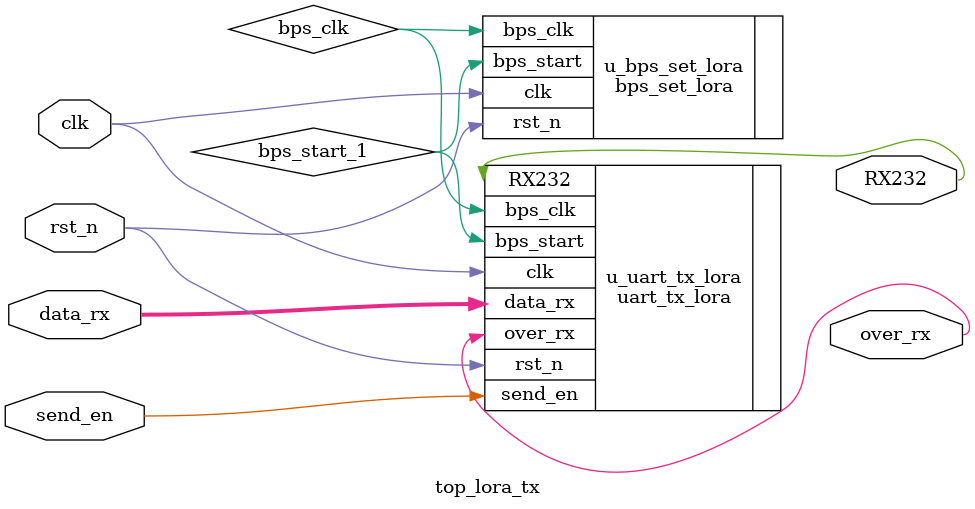
<source format=v>
module top_lora_tx(
	input 				clk,
	input 				rst_n,
	input				send_en,
	input	[7:0]		data_rx,
	
	output              RX232,
	output              over_rx
	);

	wire				bps_start_1;	
	
	bps_set_lora u_bps_set_lora(
		.clk(clk),
		.rst_n(rst_n),
		.bps_start(bps_start_1),
		.bps_clk(bps_clk)
		);
		
	uart_tx_lora u_uart_tx_lora(	
		.clk(clk),
		.bps_clk(bps_clk),
		.send_en(send_en),
		.rst_n(rst_n),
		.data_rx(data_rx),
		.RX232(RX232),
		.over_rx(over_rx),
		.bps_start(bps_start_1)
		);
	
	
endmodule

</source>
